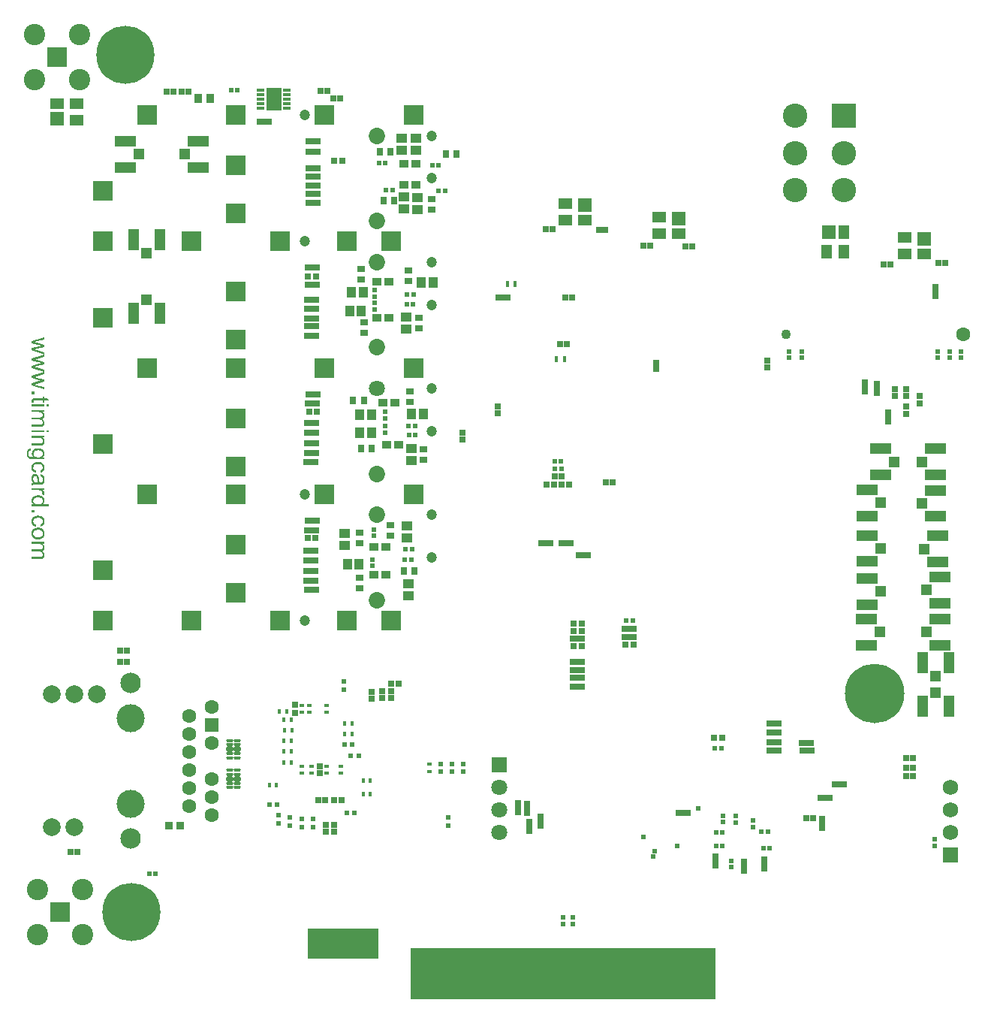
<source format=gbr>
G04*
G04 #@! TF.GenerationSoftware,Altium Limited,Altium Designer,24.2.2 (26)*
G04*
G04 Layer_Color=16711935*
%FSLAX25Y25*%
%MOIN*%
G70*
G04*
G04 #@! TF.SameCoordinates,383E0004-DF84-4F77-A050-2B2E5B934949*
G04*
G04*
G04 #@! TF.FilePolarity,Negative*
G04*
G01*
G75*
%ADD22R,0.02288X0.02016*%
%ADD27R,0.02016X0.02288*%
%ADD52R,0.02953X0.03543*%
%ADD53R,0.01575X0.01968*%
%ADD64R,0.01772X0.02657*%
%ADD78R,0.02816X0.02648*%
%ADD113R,0.06693X0.09843*%
%ADD114R,0.03740X0.01457*%
%ADD115R,0.03740X0.01457*%
%ADD116R,0.31496X0.13583*%
%ADD117R,1.35433X0.23032*%
%ADD119R,0.03162X0.03359*%
%ADD120R,0.03359X0.03162*%
%ADD123R,0.02965X0.02769*%
%ADD124R,0.03600X0.17300*%
%ADD129R,0.02769X0.02965*%
%ADD132R,0.04934X0.09461*%
%ADD133R,0.04737X0.04934*%
%ADD135R,0.02965X0.02965*%
%ADD141R,0.04934X0.04737*%
%ADD142R,0.09461X0.04934*%
%ADD150R,0.06312X0.06312*%
%ADD151R,0.04737X0.06312*%
%ADD152R,0.02965X0.02965*%
%ADD160R,0.03556X0.04343*%
%ADD161R,0.03600X0.13400*%
%ADD162C,0.05721*%
%ADD163C,0.09461*%
%ADD164R,0.08674X0.08674*%
%ADD165C,0.12414*%
%ADD166C,0.07887*%
%ADD167C,0.09068*%
%ADD168C,0.06312*%
%ADD169R,0.09068X0.09068*%
%ADD170C,0.04737*%
%ADD171C,0.07296*%
%ADD172C,0.07099*%
%ADD173C,0.26391*%
%ADD174C,0.04331*%
%ADD175C,0.06299*%
%ADD176C,0.25800*%
%ADD177R,0.10827X0.10827*%
%ADD178C,0.10827*%
%ADD179R,0.06902X0.06902*%
%ADD180C,0.06902*%
%ADD181R,0.07099X0.07099*%
%ADD182C,0.02400*%
%ADD215R,0.02237X0.02254*%
%ADD216R,0.03347X0.03543*%
%ADD222R,0.02254X0.02237*%
%ADD223R,0.01968X0.01575*%
%ADD224R,0.01843X0.01860*%
%ADD225R,0.04355X0.03773*%
%ADD227R,0.03543X0.02953*%
%ADD230R,0.02572X0.02572*%
%ADD231R,0.06312X0.06312*%
%ADD232R,0.06312X0.04737*%
G04:AMPARAMS|DCode=233|XSize=15.87mil|YSize=30.24mil|CornerRadius=5.97mil|HoleSize=0mil|Usage=FLASHONLY|Rotation=270.000|XOffset=0mil|YOffset=0mil|HoleType=Round|Shape=RoundedRectangle|*
%AMROUNDEDRECTD233*
21,1,0.01587,0.01831,0,0,270.0*
21,1,0.00394,0.03024,0,0,270.0*
1,1,0.01194,-0.00915,-0.00197*
1,1,0.01194,-0.00915,0.00197*
1,1,0.01194,0.00915,0.00197*
1,1,0.01194,0.00915,-0.00197*
%
%ADD233ROUNDEDRECTD233*%
G04:AMPARAMS|DCode=234|XSize=23.75mil|YSize=30.24mil|CornerRadius=5.97mil|HoleSize=0mil|Usage=FLASHONLY|Rotation=270.000|XOffset=0mil|YOffset=0mil|HoleType=Round|Shape=RoundedRectangle|*
%AMROUNDEDRECTD234*
21,1,0.02375,0.01831,0,0,270.0*
21,1,0.01181,0.03024,0,0,270.0*
1,1,0.01194,-0.00915,-0.00591*
1,1,0.01194,-0.00915,0.00591*
1,1,0.01194,0.00915,0.00591*
1,1,0.01194,0.00915,-0.00591*
%
%ADD234ROUNDEDRECTD234*%
%ADD235R,0.02572X0.02572*%
%ADD236R,0.04343X0.04737*%
%ADD237R,0.04737X0.04343*%
%ADD238R,0.03084X0.02926*%
G36*
X-14215Y-122642D02*
X-17437Y-123531D01*
X-18636Y-123842D01*
X-18625D01*
X-18603Y-123853D01*
X-18548Y-123864D01*
X-18514Y-123875D01*
X-18459Y-123887D01*
X-18392Y-123898D01*
X-18314Y-123920D01*
X-18225Y-123942D01*
X-18114Y-123976D01*
X-17992Y-124009D01*
X-17848Y-124042D01*
X-17681Y-124087D01*
X-17492Y-124131D01*
X-14215Y-125020D01*
Y-125986D01*
X-17459Y-126820D01*
X-18525Y-127097D01*
X-17448Y-127420D01*
X-14215Y-128375D01*
Y-129297D01*
X-19792Y-127542D01*
Y-126575D01*
X-16459Y-125687D01*
X-15504Y-125464D01*
X-19792Y-124342D01*
Y-123342D01*
X-14215Y-121653D01*
Y-122642D01*
D02*
G37*
G36*
Y-130397D02*
X-17437Y-131286D01*
X-18636Y-131597D01*
X-18625D01*
X-18603Y-131608D01*
X-18548Y-131619D01*
X-18514Y-131630D01*
X-18459Y-131641D01*
X-18392Y-131652D01*
X-18314Y-131675D01*
X-18225Y-131697D01*
X-18114Y-131730D01*
X-17992Y-131764D01*
X-17848Y-131797D01*
X-17681Y-131841D01*
X-17492Y-131886D01*
X-14215Y-132775D01*
Y-133741D01*
X-17459Y-134574D01*
X-18525Y-134852D01*
X-17448Y-135174D01*
X-14215Y-136130D01*
Y-137052D01*
X-19792Y-135297D01*
Y-134330D01*
X-16459Y-133441D01*
X-15504Y-133219D01*
X-19792Y-132097D01*
Y-131097D01*
X-14215Y-129408D01*
Y-130397D01*
D02*
G37*
G36*
Y-138152D02*
X-17437Y-139041D01*
X-18636Y-139352D01*
X-18625D01*
X-18603Y-139363D01*
X-18548Y-139374D01*
X-18514Y-139385D01*
X-18459Y-139396D01*
X-18392Y-139407D01*
X-18314Y-139429D01*
X-18225Y-139452D01*
X-18114Y-139485D01*
X-17992Y-139518D01*
X-17848Y-139552D01*
X-17681Y-139596D01*
X-17492Y-139641D01*
X-14215Y-140529D01*
Y-141496D01*
X-17459Y-142329D01*
X-18525Y-142607D01*
X-17448Y-142929D01*
X-14215Y-143885D01*
Y-144807D01*
X-19792Y-143051D01*
Y-142085D01*
X-16459Y-141196D01*
X-15504Y-140974D01*
X-19792Y-139852D01*
Y-138852D01*
X-14215Y-137163D01*
Y-138152D01*
D02*
G37*
G36*
X-18714Y-146951D02*
X-19792D01*
Y-145873D01*
X-18714D01*
Y-146951D01*
D02*
G37*
G36*
X-14215Y-148751D02*
X-12837D01*
X-12270Y-149695D01*
X-14215D01*
Y-150651D01*
X-14948D01*
Y-149695D01*
X-18225D01*
X-18248D01*
X-18292D01*
X-18359D01*
X-18437Y-149706D01*
X-18614Y-149717D01*
X-18692Y-149729D01*
X-18748Y-149740D01*
X-18770Y-149751D01*
X-18814Y-149784D01*
X-18870Y-149829D01*
X-18925Y-149906D01*
X-18936Y-149928D01*
X-18959Y-149984D01*
X-18981Y-150084D01*
X-18992Y-150229D01*
Y-150340D01*
X-18981Y-150395D01*
Y-150473D01*
X-18970Y-150562D01*
X-18959Y-150651D01*
X-19792Y-150773D01*
Y-150751D01*
X-19803Y-150706D01*
X-19814Y-150628D01*
X-19825Y-150528D01*
X-19848Y-150417D01*
X-19859Y-150295D01*
X-19870Y-150051D01*
Y-149962D01*
X-19859Y-149873D01*
X-19848Y-149762D01*
X-19836Y-149628D01*
X-19803Y-149495D01*
X-19770Y-149373D01*
X-19714Y-149251D01*
X-19703Y-149240D01*
X-19681Y-149206D01*
X-19647Y-149162D01*
X-19592Y-149095D01*
X-19536Y-149040D01*
X-19459Y-148973D01*
X-19381Y-148906D01*
X-19281Y-148862D01*
X-19270D01*
X-19225Y-148840D01*
X-19148Y-148829D01*
X-19036Y-148806D01*
X-18892Y-148784D01*
X-18803Y-148773D01*
X-18703D01*
X-18581Y-148762D01*
X-18459Y-148751D01*
X-18325D01*
X-18170D01*
X-14948D01*
Y-148051D01*
X-14215D01*
Y-148751D01*
D02*
G37*
G36*
X-12104Y-152528D02*
X-13182D01*
Y-151584D01*
X-12104D01*
Y-152528D01*
D02*
G37*
G36*
X-14215D02*
X-19792D01*
Y-151584D01*
X-14215D01*
Y-152528D01*
D02*
G37*
G36*
Y-154806D02*
X-15015D01*
X-14992Y-154817D01*
X-14948Y-154850D01*
X-14870Y-154917D01*
X-14781Y-154995D01*
X-14670Y-155095D01*
X-14559Y-155217D01*
X-14448Y-155350D01*
X-14348Y-155506D01*
X-14337Y-155528D01*
X-14304Y-155584D01*
X-14270Y-155672D01*
X-14215Y-155795D01*
X-14170Y-155939D01*
X-14137Y-156106D01*
X-14104Y-156295D01*
X-14093Y-156494D01*
Y-156595D01*
X-14104Y-156717D01*
X-14126Y-156850D01*
X-14159Y-157017D01*
X-14204Y-157183D01*
X-14270Y-157350D01*
X-14359Y-157506D01*
X-14370Y-157528D01*
X-14404Y-157572D01*
X-14459Y-157639D01*
X-14548Y-157728D01*
X-14648Y-157817D01*
X-14770Y-157917D01*
X-14915Y-158005D01*
X-15081Y-158072D01*
X-15070Y-158083D01*
X-15037Y-158105D01*
X-14992Y-158139D01*
X-14926Y-158194D01*
X-14848Y-158261D01*
X-14770Y-158339D01*
X-14681Y-158428D01*
X-14581Y-158539D01*
X-14492Y-158661D01*
X-14404Y-158783D01*
X-14326Y-158928D01*
X-14248Y-159083D01*
X-14181Y-159250D01*
X-14137Y-159427D01*
X-14104Y-159605D01*
X-14093Y-159805D01*
Y-159883D01*
X-14104Y-159939D01*
Y-160016D01*
X-14115Y-160094D01*
X-14148Y-160283D01*
X-14204Y-160483D01*
X-14292Y-160694D01*
X-14404Y-160905D01*
X-14559Y-161083D01*
X-14581Y-161105D01*
X-14648Y-161150D01*
X-14748Y-161227D01*
X-14826Y-161261D01*
X-14904Y-161305D01*
X-15003Y-161350D01*
X-15103Y-161383D01*
X-15215Y-161427D01*
X-15348Y-161461D01*
X-15481Y-161483D01*
X-15637Y-161505D01*
X-15792Y-161527D01*
X-15970D01*
X-19792D01*
Y-160583D01*
X-16292D01*
X-16281D01*
X-16270D01*
X-16203D01*
X-16103D01*
X-15981Y-160572D01*
X-15848Y-160561D01*
X-15714Y-160550D01*
X-15581Y-160527D01*
X-15481Y-160494D01*
X-15470D01*
X-15437Y-160472D01*
X-15392Y-160450D01*
X-15337Y-160416D01*
X-15270Y-160372D01*
X-15203Y-160316D01*
X-15137Y-160250D01*
X-15070Y-160161D01*
X-15059Y-160150D01*
X-15048Y-160116D01*
X-15026Y-160072D01*
X-14992Y-159994D01*
X-14959Y-159916D01*
X-14937Y-159816D01*
X-14926Y-159716D01*
X-14915Y-159594D01*
Y-159539D01*
X-14926Y-159494D01*
X-14937Y-159383D01*
X-14959Y-159250D01*
X-15015Y-159094D01*
X-15081Y-158928D01*
X-15181Y-158761D01*
X-15315Y-158605D01*
X-15337Y-158594D01*
X-15392Y-158550D01*
X-15481Y-158483D01*
X-15615Y-158416D01*
X-15792Y-158339D01*
X-16003Y-158283D01*
X-16259Y-158239D01*
X-16559Y-158217D01*
X-19792D01*
Y-157272D01*
X-16181D01*
X-16170D01*
X-16148D01*
X-16126D01*
X-16081D01*
X-15959Y-157261D01*
X-15826Y-157239D01*
X-15670Y-157217D01*
X-15515Y-157172D01*
X-15370Y-157117D01*
X-15237Y-157039D01*
X-15226Y-157028D01*
X-15181Y-156994D01*
X-15137Y-156939D01*
X-15070Y-156861D01*
X-15015Y-156761D01*
X-14959Y-156628D01*
X-14926Y-156472D01*
X-14915Y-156283D01*
Y-156217D01*
X-14926Y-156139D01*
X-14937Y-156050D01*
X-14970Y-155939D01*
X-15003Y-155806D01*
X-15059Y-155684D01*
X-15126Y-155550D01*
X-15137Y-155539D01*
X-15170Y-155495D01*
X-15215Y-155439D01*
X-15281Y-155361D01*
X-15370Y-155283D01*
X-15481Y-155206D01*
X-15603Y-155128D01*
X-15748Y-155061D01*
X-15770Y-155050D01*
X-15826Y-155039D01*
X-15914Y-155017D01*
X-16037Y-154983D01*
X-16203Y-154950D01*
X-16403Y-154928D01*
X-16637Y-154917D01*
X-16903Y-154906D01*
X-19792D01*
Y-153961D01*
X-14215D01*
Y-154806D01*
D02*
G37*
G36*
X-12104Y-163872D02*
X-13182D01*
Y-162927D01*
X-12104D01*
Y-163872D01*
D02*
G37*
G36*
X-14215D02*
X-19792D01*
Y-162927D01*
X-14215D01*
Y-163872D01*
D02*
G37*
G36*
Y-166160D02*
X-15015D01*
X-15003Y-166171D01*
X-14970Y-166193D01*
X-14926Y-166227D01*
X-14870Y-166271D01*
X-14804Y-166338D01*
X-14726Y-166416D01*
X-14637Y-166505D01*
X-14548Y-166616D01*
X-14470Y-166727D01*
X-14381Y-166860D01*
X-14304Y-167005D01*
X-14237Y-167160D01*
X-14181Y-167338D01*
X-14137Y-167516D01*
X-14104Y-167716D01*
X-14093Y-167927D01*
Y-168016D01*
X-14104Y-168104D01*
X-14115Y-168227D01*
X-14137Y-168371D01*
X-14170Y-168527D01*
X-14215Y-168693D01*
X-14281Y-168849D01*
X-14292Y-168871D01*
X-14315Y-168915D01*
X-14348Y-168993D01*
X-14404Y-169082D01*
X-14470Y-169193D01*
X-14559Y-169293D01*
X-14648Y-169393D01*
X-14759Y-169482D01*
X-14770Y-169493D01*
X-14815Y-169515D01*
X-14870Y-169549D01*
X-14948Y-169604D01*
X-15059Y-169649D01*
X-15170Y-169693D01*
X-15303Y-169749D01*
X-15448Y-169782D01*
X-15459D01*
X-15504Y-169793D01*
X-15570Y-169804D01*
X-15659Y-169815D01*
X-15792D01*
X-15948Y-169826D01*
X-16137Y-169838D01*
X-16370D01*
X-19792D01*
Y-168893D01*
X-16414D01*
X-16403D01*
X-16392D01*
X-16315D01*
X-16215D01*
X-16092Y-168882D01*
X-15948Y-168871D01*
X-15803Y-168849D01*
X-15670Y-168816D01*
X-15548Y-168782D01*
X-15537D01*
X-15504Y-168760D01*
X-15448Y-168727D01*
X-15381Y-168693D01*
X-15315Y-168638D01*
X-15237Y-168571D01*
X-15159Y-168482D01*
X-15092Y-168382D01*
X-15081Y-168371D01*
X-15059Y-168338D01*
X-15037Y-168271D01*
X-15003Y-168193D01*
X-14970Y-168104D01*
X-14937Y-167993D01*
X-14926Y-167860D01*
X-14915Y-167727D01*
Y-167671D01*
X-14926Y-167627D01*
X-14937Y-167516D01*
X-14959Y-167371D01*
X-15015Y-167216D01*
X-15081Y-167038D01*
X-15170Y-166860D01*
X-15303Y-166693D01*
X-15326Y-166671D01*
X-15381Y-166627D01*
X-15426Y-166594D01*
X-15481Y-166560D01*
X-15548Y-166516D01*
X-15626Y-166482D01*
X-15714Y-166438D01*
X-15826Y-166393D01*
X-15948Y-166360D01*
X-16081Y-166327D01*
X-16226Y-166305D01*
X-16381Y-166282D01*
X-16570Y-166260D01*
X-16759D01*
X-19792D01*
Y-165316D01*
X-14215D01*
Y-166160D01*
D02*
G37*
G36*
X-16770Y-170938D02*
X-16692D01*
X-16492Y-170960D01*
X-16270Y-170993D01*
X-16026Y-171049D01*
X-15770Y-171115D01*
X-15515Y-171215D01*
X-15504D01*
X-15481Y-171226D01*
X-15448Y-171249D01*
X-15404Y-171271D01*
X-15281Y-171337D01*
X-15126Y-171426D01*
X-14959Y-171549D01*
X-14792Y-171693D01*
X-14615Y-171860D01*
X-14470Y-172048D01*
Y-172060D01*
X-14459Y-172071D01*
X-14437Y-172104D01*
X-14415Y-172149D01*
X-14348Y-172260D01*
X-14281Y-172415D01*
X-14215Y-172604D01*
X-14148Y-172826D01*
X-14104Y-173071D01*
X-14093Y-173337D01*
Y-173437D01*
X-14104Y-173504D01*
X-14115Y-173582D01*
X-14137Y-173682D01*
X-14159Y-173793D01*
X-14193Y-173915D01*
X-14237Y-174037D01*
X-14292Y-174170D01*
X-14359Y-174304D01*
X-14437Y-174448D01*
X-14526Y-174582D01*
X-14637Y-174715D01*
X-14759Y-174848D01*
X-14904Y-174970D01*
X-14215D01*
Y-175837D01*
X-19036D01*
X-19048D01*
X-19092D01*
X-19159D01*
X-19248D01*
X-19347Y-175826D01*
X-19470D01*
X-19603Y-175815D01*
X-19748Y-175804D01*
X-20047Y-175770D01*
X-20358Y-175726D01*
X-20503Y-175693D01*
X-20636Y-175659D01*
X-20759Y-175615D01*
X-20870Y-175570D01*
X-20881D01*
X-20892Y-175559D01*
X-20958Y-175515D01*
X-21058Y-175459D01*
X-21181Y-175370D01*
X-21314Y-175248D01*
X-21458Y-175104D01*
X-21603Y-174926D01*
X-21725Y-174726D01*
Y-174715D01*
X-21736Y-174704D01*
X-21758Y-174671D01*
X-21769Y-174626D01*
X-21803Y-174571D01*
X-21825Y-174504D01*
X-21881Y-174337D01*
X-21947Y-174137D01*
X-21992Y-173893D01*
X-22036Y-173615D01*
X-22047Y-173315D01*
Y-173215D01*
X-22036Y-173148D01*
Y-173059D01*
X-22025Y-172971D01*
X-22014Y-172860D01*
X-21992Y-172737D01*
X-21936Y-172482D01*
X-21858Y-172215D01*
X-21747Y-171949D01*
X-21592Y-171704D01*
X-21581Y-171693D01*
X-21569Y-171682D01*
X-21503Y-171604D01*
X-21403Y-171515D01*
X-21258Y-171404D01*
X-21070Y-171293D01*
X-20836Y-171193D01*
X-20703Y-171160D01*
X-20559Y-171137D01*
X-20414Y-171115D01*
X-20247D01*
X-20370Y-172037D01*
X-20392D01*
X-20436Y-172048D01*
X-20514Y-172071D01*
X-20614Y-172093D01*
X-20714Y-172137D01*
X-20814Y-172193D01*
X-20914Y-172260D01*
X-20992Y-172348D01*
X-21003Y-172371D01*
X-21036Y-172415D01*
X-21081Y-172493D01*
X-21125Y-172604D01*
X-21181Y-172737D01*
X-21225Y-172904D01*
X-21258Y-173104D01*
X-21270Y-173315D01*
Y-173426D01*
X-21258Y-173537D01*
X-21236Y-173693D01*
X-21203Y-173848D01*
X-21158Y-174015D01*
X-21092Y-174182D01*
X-21003Y-174326D01*
X-20992Y-174337D01*
X-20958Y-174382D01*
X-20892Y-174448D01*
X-20814Y-174526D01*
X-20703Y-174604D01*
X-20581Y-174682D01*
X-20436Y-174759D01*
X-20270Y-174815D01*
X-20258D01*
X-20214Y-174826D01*
X-20125Y-174837D01*
X-20014Y-174848D01*
X-19936Y-174859D01*
X-19848D01*
X-19748Y-174870D01*
X-19636D01*
X-19514D01*
X-19370Y-174881D01*
X-19225D01*
X-19059D01*
X-19070Y-174870D01*
X-19092Y-174848D01*
X-19125Y-174815D01*
X-19170Y-174770D01*
X-19225Y-174715D01*
X-19292Y-174637D01*
X-19359Y-174548D01*
X-19425Y-174459D01*
X-19559Y-174226D01*
X-19681Y-173970D01*
X-19725Y-173826D01*
X-19759Y-173671D01*
X-19781Y-173504D01*
X-19792Y-173337D01*
Y-173282D01*
X-19781Y-173226D01*
Y-173148D01*
X-19770Y-173048D01*
X-19748Y-172937D01*
X-19725Y-172815D01*
X-19692Y-172682D01*
X-19647Y-172537D01*
X-19592Y-172393D01*
X-19525Y-172248D01*
X-19447Y-172093D01*
X-19347Y-171949D01*
X-19236Y-171804D01*
X-19114Y-171671D01*
X-18970Y-171549D01*
X-18959Y-171537D01*
X-18936Y-171526D01*
X-18881Y-171493D01*
X-18825Y-171449D01*
X-18736Y-171404D01*
X-18648Y-171349D01*
X-18537Y-171293D01*
X-18403Y-171238D01*
X-18270Y-171182D01*
X-18114Y-171126D01*
X-17959Y-171071D01*
X-17781Y-171026D01*
X-17403Y-170949D01*
X-17192Y-170938D01*
X-16981Y-170926D01*
X-16970D01*
X-16948D01*
X-16903D01*
X-16848D01*
X-16770Y-170938D01*
D02*
G37*
G36*
X-16792Y-177004D02*
X-16703D01*
X-16603Y-177015D01*
X-16492Y-177026D01*
X-16248Y-177059D01*
X-15981Y-177115D01*
X-15714Y-177181D01*
X-15448Y-177281D01*
X-15437D01*
X-15415Y-177292D01*
X-15381Y-177315D01*
X-15337Y-177337D01*
X-15215Y-177403D01*
X-15070Y-177504D01*
X-14904Y-177637D01*
X-14737Y-177792D01*
X-14570Y-177981D01*
X-14437Y-178192D01*
Y-178203D01*
X-14426Y-178226D01*
X-14404Y-178259D01*
X-14381Y-178303D01*
X-14359Y-178359D01*
X-14326Y-178426D01*
X-14259Y-178592D01*
X-14204Y-178781D01*
X-14148Y-179015D01*
X-14104Y-179259D01*
X-14093Y-179525D01*
Y-179614D01*
X-14104Y-179681D01*
Y-179748D01*
X-14115Y-179837D01*
X-14148Y-180048D01*
X-14204Y-180281D01*
X-14292Y-180525D01*
X-14404Y-180770D01*
X-14559Y-181003D01*
Y-181014D01*
X-14581Y-181025D01*
X-14648Y-181092D01*
X-14748Y-181192D01*
X-14892Y-181314D01*
X-15070Y-181436D01*
X-15292Y-181559D01*
X-15548Y-181670D01*
X-15848Y-181747D01*
X-15992Y-180825D01*
X-15981D01*
X-15970Y-180814D01*
X-15903Y-180803D01*
X-15803Y-180770D01*
X-15681Y-180714D01*
X-15548Y-180659D01*
X-15404Y-180570D01*
X-15270Y-180470D01*
X-15159Y-180359D01*
X-15148Y-180348D01*
X-15115Y-180303D01*
X-15070Y-180226D01*
X-15015Y-180137D01*
X-14959Y-180014D01*
X-14915Y-179881D01*
X-14881Y-179726D01*
X-14870Y-179559D01*
Y-179492D01*
X-14881Y-179437D01*
X-14892Y-179314D01*
X-14937Y-179148D01*
X-14992Y-178970D01*
X-15081Y-178770D01*
X-15215Y-178581D01*
X-15292Y-178492D01*
X-15381Y-178403D01*
X-15392D01*
X-15404Y-178381D01*
X-15437Y-178359D01*
X-15481Y-178337D01*
X-15537Y-178303D01*
X-15603Y-178259D01*
X-15681Y-178226D01*
X-15770Y-178181D01*
X-15881Y-178137D01*
X-16003Y-178103D01*
X-16137Y-178059D01*
X-16281Y-178026D01*
X-16437Y-178004D01*
X-16614Y-177981D01*
X-16803Y-177959D01*
X-17003D01*
X-17014D01*
X-17048D01*
X-17114D01*
X-17181Y-177970D01*
X-17281D01*
X-17381Y-177981D01*
X-17626Y-178015D01*
X-17892Y-178059D01*
X-18170Y-178137D01*
X-18414Y-178237D01*
X-18537Y-178303D01*
X-18636Y-178381D01*
X-18659Y-178403D01*
X-18714Y-178459D01*
X-18792Y-178559D01*
X-18881Y-178681D01*
X-18981Y-178848D01*
X-19059Y-179037D01*
X-19114Y-179259D01*
X-19125Y-179381D01*
X-19136Y-179503D01*
Y-179525D01*
X-19125Y-179592D01*
X-19114Y-179703D01*
X-19092Y-179825D01*
X-19059Y-179970D01*
X-18992Y-180125D01*
X-18914Y-180281D01*
X-18803Y-180425D01*
X-18792Y-180448D01*
X-18736Y-180481D01*
X-18659Y-180548D01*
X-18537Y-180625D01*
X-18392Y-180703D01*
X-18214Y-180792D01*
X-17992Y-180859D01*
X-17748Y-180903D01*
X-17870Y-181836D01*
X-17881D01*
X-17914Y-181825D01*
X-17959Y-181814D01*
X-18025Y-181803D01*
X-18114Y-181781D01*
X-18203Y-181759D01*
X-18425Y-181681D01*
X-18659Y-181581D01*
X-18914Y-181436D01*
X-19159Y-181259D01*
X-19270Y-181159D01*
X-19381Y-181048D01*
X-19392Y-181036D01*
X-19403Y-181014D01*
X-19425Y-180981D01*
X-19459Y-180937D01*
X-19503Y-180881D01*
X-19547Y-180803D01*
X-19592Y-180714D01*
X-19647Y-180625D01*
X-19748Y-180403D01*
X-19825Y-180137D01*
X-19892Y-179848D01*
X-19903Y-179681D01*
X-19914Y-179514D01*
Y-179403D01*
X-19903Y-179325D01*
X-19892Y-179226D01*
X-19870Y-179114D01*
X-19848Y-178992D01*
X-19825Y-178859D01*
X-19736Y-178559D01*
X-19670Y-178414D01*
X-19603Y-178259D01*
X-19514Y-178103D01*
X-19414Y-177959D01*
X-19303Y-177815D01*
X-19170Y-177681D01*
X-19159Y-177670D01*
X-19136Y-177648D01*
X-19092Y-177615D01*
X-19036Y-177570D01*
X-18959Y-177526D01*
X-18859Y-177459D01*
X-18748Y-177403D01*
X-18625Y-177337D01*
X-18481Y-177270D01*
X-18314Y-177215D01*
X-18148Y-177148D01*
X-17948Y-177103D01*
X-17748Y-177059D01*
X-17514Y-177026D01*
X-17281Y-177004D01*
X-17026Y-176992D01*
X-17014D01*
X-16981D01*
X-16937D01*
X-16870D01*
X-16792Y-177004D01*
D02*
G37*
G36*
X-18181Y-182336D02*
X-18081Y-182348D01*
X-17959Y-182370D01*
X-17837Y-182403D01*
X-17703Y-182448D01*
X-17581Y-182503D01*
X-17570Y-182514D01*
X-17526Y-182536D01*
X-17459Y-182581D01*
X-17381Y-182636D01*
X-17292Y-182703D01*
X-17203Y-182792D01*
X-17114Y-182881D01*
X-17037Y-182992D01*
X-17026Y-183003D01*
X-17003Y-183047D01*
X-16959Y-183103D01*
X-16914Y-183192D01*
X-16870Y-183292D01*
X-16814Y-183414D01*
X-16770Y-183536D01*
X-16726Y-183681D01*
Y-183692D01*
X-16714Y-183736D01*
X-16692Y-183803D01*
X-16681Y-183892D01*
X-16659Y-184003D01*
X-16637Y-184147D01*
X-16603Y-184314D01*
X-16581Y-184514D01*
Y-184525D01*
X-16570Y-184570D01*
Y-184625D01*
X-16559Y-184703D01*
X-16548Y-184792D01*
X-16526Y-184903D01*
X-16514Y-185025D01*
X-16492Y-185158D01*
X-16437Y-185425D01*
X-16381Y-185714D01*
X-16315Y-185969D01*
X-16281Y-186091D01*
X-16248Y-186203D01*
X-16237D01*
X-16215D01*
X-16148Y-186214D01*
X-16070D01*
X-16026D01*
X-16003D01*
X-15992D01*
X-15981D01*
X-15914D01*
X-15803Y-186203D01*
X-15681Y-186180D01*
X-15548Y-186147D01*
X-15415Y-186091D01*
X-15292Y-186025D01*
X-15192Y-185936D01*
X-15181Y-185925D01*
X-15137Y-185869D01*
X-15092Y-185781D01*
X-15026Y-185669D01*
X-14970Y-185514D01*
X-14915Y-185336D01*
X-14881Y-185114D01*
X-14870Y-184858D01*
Y-184747D01*
X-14881Y-184636D01*
X-14904Y-184481D01*
X-14926Y-184325D01*
X-14970Y-184158D01*
X-15026Y-184003D01*
X-15103Y-183870D01*
X-15115Y-183858D01*
X-15148Y-183814D01*
X-15203Y-183758D01*
X-15292Y-183692D01*
X-15404Y-183625D01*
X-15548Y-183547D01*
X-15726Y-183481D01*
X-15926Y-183414D01*
X-15803Y-182492D01*
X-15792D01*
X-15781Y-182503D01*
X-15748D01*
X-15703Y-182514D01*
X-15603Y-182547D01*
X-15459Y-182592D01*
X-15315Y-182647D01*
X-15159Y-182714D01*
X-15003Y-182803D01*
X-14859Y-182903D01*
X-14848Y-182914D01*
X-14804Y-182958D01*
X-14737Y-183025D01*
X-14648Y-183114D01*
X-14559Y-183236D01*
X-14470Y-183381D01*
X-14370Y-183547D01*
X-14292Y-183736D01*
Y-183747D01*
X-14281Y-183758D01*
X-14270Y-183792D01*
X-14259Y-183836D01*
X-14226Y-183947D01*
X-14193Y-184103D01*
X-14159Y-184281D01*
X-14126Y-184503D01*
X-14104Y-184736D01*
X-14093Y-185003D01*
Y-185125D01*
X-14104Y-185247D01*
X-14115Y-185414D01*
X-14137Y-185603D01*
X-14170Y-185792D01*
X-14215Y-185980D01*
X-14270Y-186158D01*
X-14281Y-186180D01*
X-14304Y-186236D01*
X-14337Y-186314D01*
X-14381Y-186414D01*
X-14448Y-186525D01*
X-14515Y-186636D01*
X-14604Y-186736D01*
X-14692Y-186825D01*
X-14704Y-186836D01*
X-14737Y-186858D01*
X-14792Y-186891D01*
X-14859Y-186936D01*
X-14959Y-186992D01*
X-15059Y-187036D01*
X-15181Y-187080D01*
X-15326Y-187114D01*
X-15337D01*
X-15370Y-187125D01*
X-15437Y-187136D01*
X-15526Y-187147D01*
X-15648D01*
X-15792Y-187158D01*
X-15981Y-187169D01*
X-16192D01*
X-17459D01*
X-17470D01*
X-17514D01*
X-17581D01*
X-17670D01*
X-17770D01*
X-17892D01*
X-18159Y-187180D01*
X-18437D01*
X-18714Y-187191D01*
X-18836Y-187203D01*
X-18948D01*
X-19048Y-187214D01*
X-19125Y-187225D01*
X-19136D01*
X-19181Y-187236D01*
X-19248Y-187247D01*
X-19336Y-187280D01*
X-19436Y-187302D01*
X-19547Y-187347D01*
X-19670Y-187402D01*
X-19792Y-187458D01*
Y-186469D01*
X-19781Y-186458D01*
X-19736Y-186447D01*
X-19681Y-186425D01*
X-19592Y-186391D01*
X-19492Y-186358D01*
X-19370Y-186336D01*
X-19236Y-186314D01*
X-19092Y-186292D01*
Y-186280D01*
X-19114Y-186269D01*
X-19170Y-186203D01*
X-19248Y-186103D01*
X-19347Y-185969D01*
X-19447Y-185803D01*
X-19559Y-185636D01*
X-19659Y-185458D01*
X-19736Y-185269D01*
X-19748Y-185247D01*
X-19759Y-185180D01*
X-19792Y-185081D01*
X-19825Y-184958D01*
X-19859Y-184803D01*
X-19881Y-184625D01*
X-19903Y-184425D01*
X-19914Y-184225D01*
Y-184136D01*
X-19903Y-184070D01*
Y-183992D01*
X-19892Y-183903D01*
X-19859Y-183703D01*
X-19803Y-183481D01*
X-19725Y-183236D01*
X-19614Y-183014D01*
X-19470Y-182814D01*
X-19447Y-182792D01*
X-19392Y-182736D01*
X-19292Y-182659D01*
X-19159Y-182570D01*
X-18992Y-182481D01*
X-18803Y-182403D01*
X-18570Y-182348D01*
X-18459Y-182336D01*
X-18325Y-182325D01*
X-18303D01*
X-18259D01*
X-18181Y-182336D01*
D02*
G37*
G36*
X-14215Y-189469D02*
X-15059D01*
X-15048Y-189480D01*
X-14970Y-189524D01*
X-14870Y-189580D01*
X-14748Y-189669D01*
X-14626Y-189758D01*
X-14492Y-189858D01*
X-14381Y-189958D01*
X-14292Y-190058D01*
X-14281Y-190069D01*
X-14259Y-190102D01*
X-14226Y-190169D01*
X-14193Y-190236D01*
X-14159Y-190324D01*
X-14126Y-190436D01*
X-14104Y-190547D01*
X-14093Y-190669D01*
Y-190747D01*
X-14104Y-190847D01*
X-14126Y-190969D01*
X-14170Y-191113D01*
X-14226Y-191269D01*
X-14304Y-191447D01*
X-14404Y-191635D01*
X-15270Y-191291D01*
X-15259Y-191280D01*
X-15237Y-191235D01*
X-15203Y-191169D01*
X-15170Y-191080D01*
X-15137Y-190980D01*
X-15103Y-190858D01*
X-15081Y-190735D01*
X-15070Y-190613D01*
Y-190558D01*
X-15081Y-190502D01*
X-15092Y-190424D01*
X-15115Y-190347D01*
X-15148Y-190247D01*
X-15192Y-190147D01*
X-15259Y-190058D01*
X-15270Y-190047D01*
X-15292Y-190013D01*
X-15337Y-189980D01*
X-15392Y-189925D01*
X-15470Y-189869D01*
X-15559Y-189813D01*
X-15659Y-189758D01*
X-15781Y-189713D01*
X-15803Y-189702D01*
X-15870Y-189691D01*
X-15970Y-189669D01*
X-16103Y-189636D01*
X-16270Y-189602D01*
X-16459Y-189580D01*
X-16659Y-189569D01*
X-16881Y-189558D01*
X-19792D01*
Y-188613D01*
X-14215D01*
Y-189469D01*
D02*
G37*
G36*
X-16803Y-191858D02*
X-16714D01*
X-16514Y-191880D01*
X-16281Y-191913D01*
X-16026Y-191969D01*
X-15759Y-192035D01*
X-15504Y-192124D01*
X-15492D01*
X-15470Y-192135D01*
X-15437Y-192158D01*
X-15392Y-192180D01*
X-15270Y-192246D01*
X-15115Y-192335D01*
X-14948Y-192446D01*
X-14781Y-192591D01*
X-14604Y-192757D01*
X-14459Y-192957D01*
Y-192969D01*
X-14448Y-192980D01*
X-14426Y-193013D01*
X-14404Y-193058D01*
X-14348Y-193169D01*
X-14270Y-193324D01*
X-14204Y-193502D01*
X-14148Y-193713D01*
X-14104Y-193946D01*
X-14093Y-194191D01*
Y-194280D01*
X-14104Y-194369D01*
X-14115Y-194491D01*
X-14148Y-194635D01*
X-14181Y-194791D01*
X-14237Y-194946D01*
X-14315Y-195091D01*
X-14326Y-195113D01*
X-14348Y-195157D01*
X-14404Y-195224D01*
X-14459Y-195313D01*
X-14537Y-195424D01*
X-14637Y-195524D01*
X-14737Y-195635D01*
X-14859Y-195735D01*
X-12104D01*
Y-196679D01*
X-19792D01*
Y-195802D01*
X-19092D01*
X-19103Y-195791D01*
X-19125Y-195780D01*
X-19170Y-195746D01*
X-19225Y-195702D01*
X-19281Y-195646D01*
X-19347Y-195580D01*
X-19425Y-195502D01*
X-19503Y-195402D01*
X-19581Y-195302D01*
X-19659Y-195191D01*
X-19725Y-195057D01*
X-19781Y-194913D01*
X-19836Y-194769D01*
X-19881Y-194602D01*
X-19903Y-194424D01*
X-19914Y-194235D01*
Y-194168D01*
X-19903Y-194124D01*
X-19892Y-193991D01*
X-19870Y-193835D01*
X-19825Y-193646D01*
X-19759Y-193435D01*
X-19670Y-193224D01*
X-19547Y-193013D01*
Y-193002D01*
X-19525Y-192991D01*
X-19481Y-192924D01*
X-19392Y-192824D01*
X-19281Y-192702D01*
X-19136Y-192558D01*
X-18959Y-192413D01*
X-18759Y-192269D01*
X-18525Y-192147D01*
X-18514D01*
X-18492Y-192135D01*
X-18459Y-192124D01*
X-18414Y-192102D01*
X-18348Y-192080D01*
X-18270Y-192046D01*
X-18192Y-192024D01*
X-18092Y-192002D01*
X-17870Y-191946D01*
X-17614Y-191891D01*
X-17325Y-191858D01*
X-17014Y-191847D01*
X-17003D01*
X-16981D01*
X-16937D01*
X-16870D01*
X-16803Y-191858D01*
D02*
G37*
G36*
X-18714Y-199523D02*
X-19792D01*
Y-198446D01*
X-18714D01*
Y-199523D01*
D02*
G37*
G36*
X-16792Y-200901D02*
X-16703D01*
X-16603Y-200912D01*
X-16492Y-200923D01*
X-16248Y-200957D01*
X-15981Y-201012D01*
X-15714Y-201079D01*
X-15448Y-201179D01*
X-15437D01*
X-15415Y-201190D01*
X-15381Y-201212D01*
X-15337Y-201235D01*
X-15215Y-201301D01*
X-15070Y-201401D01*
X-14904Y-201534D01*
X-14737Y-201690D01*
X-14570Y-201879D01*
X-14437Y-202090D01*
Y-202101D01*
X-14426Y-202123D01*
X-14404Y-202157D01*
X-14381Y-202201D01*
X-14359Y-202257D01*
X-14326Y-202323D01*
X-14259Y-202490D01*
X-14204Y-202679D01*
X-14148Y-202912D01*
X-14104Y-203156D01*
X-14093Y-203423D01*
Y-203512D01*
X-14104Y-203579D01*
Y-203645D01*
X-14115Y-203734D01*
X-14148Y-203945D01*
X-14204Y-204179D01*
X-14292Y-204423D01*
X-14404Y-204667D01*
X-14559Y-204901D01*
Y-204912D01*
X-14581Y-204923D01*
X-14648Y-204990D01*
X-14748Y-205090D01*
X-14892Y-205212D01*
X-15070Y-205334D01*
X-15292Y-205456D01*
X-15548Y-205567D01*
X-15848Y-205645D01*
X-15992Y-204723D01*
X-15981D01*
X-15970Y-204712D01*
X-15903Y-204701D01*
X-15803Y-204667D01*
X-15681Y-204612D01*
X-15548Y-204556D01*
X-15404Y-204468D01*
X-15270Y-204367D01*
X-15159Y-204256D01*
X-15148Y-204245D01*
X-15115Y-204201D01*
X-15070Y-204123D01*
X-15015Y-204034D01*
X-14959Y-203912D01*
X-14915Y-203779D01*
X-14881Y-203623D01*
X-14870Y-203456D01*
Y-203390D01*
X-14881Y-203334D01*
X-14892Y-203212D01*
X-14937Y-203045D01*
X-14992Y-202868D01*
X-15081Y-202668D01*
X-15215Y-202479D01*
X-15292Y-202390D01*
X-15381Y-202301D01*
X-15392D01*
X-15404Y-202279D01*
X-15437Y-202257D01*
X-15481Y-202234D01*
X-15537Y-202201D01*
X-15603Y-202157D01*
X-15681Y-202123D01*
X-15770Y-202079D01*
X-15881Y-202034D01*
X-16003Y-202001D01*
X-16137Y-201957D01*
X-16281Y-201923D01*
X-16437Y-201901D01*
X-16614Y-201879D01*
X-16803Y-201857D01*
X-17003D01*
X-17014D01*
X-17048D01*
X-17114D01*
X-17181Y-201868D01*
X-17281D01*
X-17381Y-201879D01*
X-17626Y-201912D01*
X-17892Y-201957D01*
X-18170Y-202034D01*
X-18414Y-202134D01*
X-18537Y-202201D01*
X-18636Y-202279D01*
X-18659Y-202301D01*
X-18714Y-202357D01*
X-18792Y-202457D01*
X-18881Y-202579D01*
X-18981Y-202745D01*
X-19059Y-202934D01*
X-19114Y-203156D01*
X-19125Y-203279D01*
X-19136Y-203401D01*
Y-203423D01*
X-19125Y-203490D01*
X-19114Y-203601D01*
X-19092Y-203723D01*
X-19059Y-203868D01*
X-18992Y-204023D01*
X-18914Y-204179D01*
X-18803Y-204323D01*
X-18792Y-204345D01*
X-18736Y-204379D01*
X-18659Y-204445D01*
X-18537Y-204523D01*
X-18392Y-204601D01*
X-18214Y-204690D01*
X-17992Y-204756D01*
X-17748Y-204801D01*
X-17870Y-205734D01*
X-17881D01*
X-17914Y-205723D01*
X-17959Y-205712D01*
X-18025Y-205701D01*
X-18114Y-205679D01*
X-18203Y-205656D01*
X-18425Y-205578D01*
X-18659Y-205479D01*
X-18914Y-205334D01*
X-19159Y-205156D01*
X-19270Y-205056D01*
X-19381Y-204945D01*
X-19392Y-204934D01*
X-19403Y-204912D01*
X-19425Y-204878D01*
X-19459Y-204834D01*
X-19503Y-204779D01*
X-19547Y-204701D01*
X-19592Y-204612D01*
X-19647Y-204523D01*
X-19748Y-204301D01*
X-19825Y-204034D01*
X-19892Y-203745D01*
X-19903Y-203579D01*
X-19914Y-203412D01*
Y-203301D01*
X-19903Y-203223D01*
X-19892Y-203123D01*
X-19870Y-203012D01*
X-19848Y-202890D01*
X-19825Y-202757D01*
X-19736Y-202457D01*
X-19670Y-202312D01*
X-19603Y-202157D01*
X-19514Y-202001D01*
X-19414Y-201857D01*
X-19303Y-201712D01*
X-19170Y-201579D01*
X-19159Y-201568D01*
X-19136Y-201546D01*
X-19092Y-201512D01*
X-19036Y-201468D01*
X-18959Y-201423D01*
X-18859Y-201357D01*
X-18748Y-201301D01*
X-18625Y-201235D01*
X-18481Y-201168D01*
X-18314Y-201112D01*
X-18148Y-201046D01*
X-17948Y-201001D01*
X-17748Y-200957D01*
X-17514Y-200923D01*
X-17281Y-200901D01*
X-17026Y-200890D01*
X-17014D01*
X-16981D01*
X-16937D01*
X-16870D01*
X-16792Y-200901D01*
D02*
G37*
G36*
X-16859Y-206201D02*
X-16748D01*
X-16626Y-206212D01*
X-16470Y-206234D01*
X-16315Y-206256D01*
X-16137Y-206301D01*
X-15959Y-206345D01*
X-15770Y-206401D01*
X-15570Y-206467D01*
X-15381Y-206556D01*
X-15203Y-206645D01*
X-15026Y-206767D01*
X-14859Y-206890D01*
X-14715Y-207045D01*
X-14704Y-207056D01*
X-14692Y-207078D01*
X-14659Y-207123D01*
X-14615Y-207178D01*
X-14570Y-207245D01*
X-14515Y-207334D01*
X-14459Y-207423D01*
X-14404Y-207534D01*
X-14348Y-207656D01*
X-14292Y-207789D01*
X-14193Y-208089D01*
X-14115Y-208434D01*
X-14104Y-208611D01*
X-14093Y-208800D01*
Y-208911D01*
X-14104Y-208989D01*
X-14115Y-209089D01*
X-14137Y-209200D01*
X-14159Y-209323D01*
X-14181Y-209467D01*
X-14281Y-209767D01*
X-14337Y-209923D01*
X-14415Y-210078D01*
X-14492Y-210234D01*
X-14604Y-210389D01*
X-14715Y-210533D01*
X-14848Y-210678D01*
X-14859Y-210689D01*
X-14881Y-210711D01*
X-14926Y-210745D01*
X-14981Y-210789D01*
X-15059Y-210845D01*
X-15159Y-210911D01*
X-15270Y-210978D01*
X-15392Y-211045D01*
X-15526Y-211111D01*
X-15692Y-211178D01*
X-15859Y-211245D01*
X-16048Y-211300D01*
X-16248Y-211345D01*
X-16459Y-211378D01*
X-16681Y-211400D01*
X-16926Y-211411D01*
X-16937D01*
X-16970D01*
X-17026D01*
X-17103D01*
X-17192Y-211400D01*
X-17303Y-211389D01*
X-17414D01*
X-17537Y-211367D01*
X-17814Y-211333D01*
X-18092Y-211267D01*
X-18370Y-211189D01*
X-18625Y-211078D01*
X-18636D01*
X-18648Y-211067D01*
X-18681Y-211045D01*
X-18725Y-211022D01*
X-18836Y-210945D01*
X-18970Y-210845D01*
X-19125Y-210711D01*
X-19281Y-210545D01*
X-19436Y-210356D01*
X-19581Y-210134D01*
Y-210122D01*
X-19592Y-210111D01*
X-19614Y-210078D01*
X-19636Y-210022D01*
X-19659Y-209967D01*
X-19681Y-209900D01*
X-19748Y-209734D01*
X-19803Y-209545D01*
X-19859Y-209311D01*
X-19903Y-209067D01*
X-19914Y-208800D01*
Y-208689D01*
X-19903Y-208600D01*
X-19892Y-208500D01*
X-19870Y-208389D01*
X-19848Y-208256D01*
X-19825Y-208123D01*
X-19736Y-207823D01*
X-19670Y-207656D01*
X-19603Y-207501D01*
X-19514Y-207345D01*
X-19414Y-207189D01*
X-19303Y-207045D01*
X-19170Y-206901D01*
X-19159Y-206890D01*
X-19136Y-206867D01*
X-19092Y-206834D01*
X-19025Y-206789D01*
X-18948Y-206734D01*
X-18859Y-206678D01*
X-18748Y-206612D01*
X-18614Y-206545D01*
X-18470Y-206478D01*
X-18303Y-206412D01*
X-18125Y-206356D01*
X-17936Y-206301D01*
X-17726Y-206256D01*
X-17503Y-206223D01*
X-17259Y-206201D01*
X-17003Y-206189D01*
X-16981D01*
X-16937D01*
X-16859Y-206201D01*
D02*
G37*
G36*
X-14215Y-213355D02*
X-15015D01*
X-14992Y-213367D01*
X-14948Y-213400D01*
X-14870Y-213467D01*
X-14781Y-213544D01*
X-14670Y-213644D01*
X-14559Y-213767D01*
X-14448Y-213900D01*
X-14348Y-214055D01*
X-14337Y-214078D01*
X-14304Y-214133D01*
X-14270Y-214222D01*
X-14215Y-214344D01*
X-14170Y-214489D01*
X-14137Y-214655D01*
X-14104Y-214844D01*
X-14093Y-215044D01*
Y-215144D01*
X-14104Y-215266D01*
X-14126Y-215400D01*
X-14159Y-215566D01*
X-14204Y-215733D01*
X-14270Y-215900D01*
X-14359Y-216055D01*
X-14370Y-216077D01*
X-14404Y-216122D01*
X-14459Y-216189D01*
X-14548Y-216277D01*
X-14648Y-216366D01*
X-14770Y-216466D01*
X-14915Y-216555D01*
X-15081Y-216622D01*
X-15070Y-216633D01*
X-15037Y-216655D01*
X-14992Y-216688D01*
X-14926Y-216744D01*
X-14848Y-216811D01*
X-14770Y-216888D01*
X-14681Y-216977D01*
X-14581Y-217088D01*
X-14492Y-217211D01*
X-14404Y-217333D01*
X-14326Y-217477D01*
X-14248Y-217633D01*
X-14181Y-217799D01*
X-14137Y-217977D01*
X-14104Y-218155D01*
X-14093Y-218355D01*
Y-218433D01*
X-14104Y-218488D01*
Y-218566D01*
X-14115Y-218644D01*
X-14148Y-218833D01*
X-14204Y-219033D01*
X-14292Y-219244D01*
X-14404Y-219455D01*
X-14559Y-219633D01*
X-14581Y-219655D01*
X-14648Y-219699D01*
X-14748Y-219777D01*
X-14826Y-219810D01*
X-14904Y-219855D01*
X-15003Y-219899D01*
X-15103Y-219933D01*
X-15215Y-219977D01*
X-15348Y-220010D01*
X-15481Y-220033D01*
X-15637Y-220055D01*
X-15792Y-220077D01*
X-15970D01*
X-19792D01*
Y-219133D01*
X-16292D01*
X-16281D01*
X-16270D01*
X-16203D01*
X-16103D01*
X-15981Y-219122D01*
X-15848Y-219110D01*
X-15714Y-219099D01*
X-15581Y-219077D01*
X-15481Y-219044D01*
X-15470D01*
X-15437Y-219022D01*
X-15392Y-218999D01*
X-15337Y-218966D01*
X-15270Y-218922D01*
X-15203Y-218866D01*
X-15137Y-218799D01*
X-15070Y-218710D01*
X-15059Y-218699D01*
X-15048Y-218666D01*
X-15026Y-218622D01*
X-14992Y-218544D01*
X-14959Y-218466D01*
X-14937Y-218366D01*
X-14926Y-218266D01*
X-14915Y-218144D01*
Y-218088D01*
X-14926Y-218044D01*
X-14937Y-217933D01*
X-14959Y-217799D01*
X-15015Y-217644D01*
X-15081Y-217477D01*
X-15181Y-217311D01*
X-15315Y-217155D01*
X-15337Y-217144D01*
X-15392Y-217099D01*
X-15481Y-217033D01*
X-15615Y-216966D01*
X-15792Y-216888D01*
X-16003Y-216833D01*
X-16259Y-216789D01*
X-16559Y-216766D01*
X-19792D01*
Y-215822D01*
X-16181D01*
X-16170D01*
X-16148D01*
X-16126D01*
X-16081D01*
X-15959Y-215811D01*
X-15826Y-215789D01*
X-15670Y-215766D01*
X-15515Y-215722D01*
X-15370Y-215666D01*
X-15237Y-215589D01*
X-15226Y-215578D01*
X-15181Y-215544D01*
X-15137Y-215489D01*
X-15070Y-215411D01*
X-15015Y-215311D01*
X-14959Y-215177D01*
X-14926Y-215022D01*
X-14915Y-214833D01*
Y-214766D01*
X-14926Y-214689D01*
X-14937Y-214600D01*
X-14970Y-214489D01*
X-15003Y-214355D01*
X-15059Y-214233D01*
X-15126Y-214100D01*
X-15137Y-214089D01*
X-15170Y-214044D01*
X-15215Y-213989D01*
X-15281Y-213911D01*
X-15370Y-213833D01*
X-15481Y-213755D01*
X-15603Y-213678D01*
X-15748Y-213611D01*
X-15770Y-213600D01*
X-15826Y-213589D01*
X-15914Y-213567D01*
X-16037Y-213533D01*
X-16203Y-213500D01*
X-16403Y-213478D01*
X-16637Y-213467D01*
X-16903Y-213456D01*
X-19792D01*
Y-212511D01*
X-14215D01*
Y-213355D01*
D02*
G37*
%LPC*%
G36*
X-16726Y-171893D02*
X-16914D01*
X-16926D01*
X-16959D01*
X-17014D01*
X-17092Y-171904D01*
X-17181D01*
X-17292Y-171915D01*
X-17526Y-171949D01*
X-17792Y-172004D01*
X-18048Y-172071D01*
X-18303Y-172182D01*
X-18414Y-172248D01*
X-18514Y-172326D01*
X-18537Y-172348D01*
X-18592Y-172404D01*
X-18670Y-172493D01*
X-18759Y-172626D01*
X-18859Y-172782D01*
X-18936Y-172971D01*
X-18992Y-173182D01*
X-19003Y-173293D01*
X-19014Y-173415D01*
Y-173482D01*
X-19003Y-173526D01*
X-18992Y-173648D01*
X-18948Y-173804D01*
X-18892Y-173970D01*
X-18803Y-174159D01*
X-18681Y-174337D01*
X-18603Y-174426D01*
X-18514Y-174515D01*
X-18503D01*
X-18492Y-174537D01*
X-18459Y-174559D01*
X-18414Y-174582D01*
X-18370Y-174615D01*
X-18303Y-174659D01*
X-18225Y-174693D01*
X-18125Y-174737D01*
X-18025Y-174782D01*
X-17914Y-174815D01*
X-17781Y-174859D01*
X-17637Y-174893D01*
X-17492Y-174915D01*
X-17325Y-174937D01*
X-17137Y-174959D01*
X-16948D01*
X-16937D01*
X-16903D01*
X-16848D01*
X-16781Y-174948D01*
X-16692D01*
X-16592Y-174937D01*
X-16370Y-174904D01*
X-16115Y-174848D01*
X-15859Y-174770D01*
X-15603Y-174659D01*
X-15492Y-174582D01*
X-15392Y-174504D01*
X-15381D01*
X-15370Y-174482D01*
X-15315Y-174426D01*
X-15226Y-174326D01*
X-15126Y-174193D01*
X-15037Y-174037D01*
X-14948Y-173848D01*
X-14892Y-173637D01*
X-14870Y-173526D01*
Y-173348D01*
X-14881Y-173304D01*
X-14892Y-173182D01*
X-14937Y-173037D01*
X-14992Y-172860D01*
X-15092Y-172682D01*
X-15215Y-172504D01*
X-15303Y-172415D01*
X-15392Y-172326D01*
X-15404D01*
X-15415Y-172304D01*
X-15448Y-172282D01*
X-15492Y-172260D01*
X-15537Y-172226D01*
X-15603Y-172193D01*
X-15681Y-172149D01*
X-15770Y-172115D01*
X-15870Y-172071D01*
X-15992Y-172026D01*
X-16115Y-171993D01*
X-16248Y-171960D01*
X-16403Y-171937D01*
X-16559Y-171915D01*
X-16726Y-171893D01*
D02*
G37*
G36*
X-18292Y-183336D02*
X-18303D01*
X-18359D01*
X-18425Y-183347D01*
X-18514Y-183370D01*
X-18614Y-183403D01*
X-18714Y-183458D01*
X-18825Y-183525D01*
X-18925Y-183614D01*
X-18936Y-183625D01*
X-18959Y-183670D01*
X-19003Y-183736D01*
X-19048Y-183825D01*
X-19092Y-183947D01*
X-19136Y-184092D01*
X-19159Y-184258D01*
X-19170Y-184458D01*
Y-184547D01*
X-19159Y-184658D01*
X-19136Y-184781D01*
X-19114Y-184936D01*
X-19070Y-185092D01*
X-19014Y-185258D01*
X-18936Y-185425D01*
X-18925Y-185447D01*
X-18892Y-185492D01*
X-18836Y-185569D01*
X-18759Y-185658D01*
X-18670Y-185758D01*
X-18559Y-185869D01*
X-18425Y-185958D01*
X-18281Y-186047D01*
X-18270Y-186058D01*
X-18225Y-186069D01*
X-18148Y-186091D01*
X-18048Y-186125D01*
X-17914Y-186158D01*
X-17759Y-186180D01*
X-17570Y-186191D01*
X-17348Y-186203D01*
X-16992Y-186214D01*
Y-186203D01*
X-17003Y-186191D01*
X-17014Y-186158D01*
X-17026Y-186114D01*
X-17048Y-186058D01*
X-17070Y-185992D01*
X-17092Y-185914D01*
X-17114Y-185825D01*
X-17148Y-185725D01*
X-17170Y-185603D01*
X-17203Y-185480D01*
X-17237Y-185336D01*
X-17270Y-185180D01*
X-17303Y-185025D01*
X-17325Y-184847D01*
X-17359Y-184658D01*
Y-184636D01*
X-17370Y-184570D01*
X-17392Y-184458D01*
X-17414Y-184336D01*
X-17437Y-184203D01*
X-17470Y-184070D01*
X-17503Y-183947D01*
X-17548Y-183836D01*
Y-183825D01*
X-17570Y-183792D01*
X-17592Y-183747D01*
X-17626Y-183703D01*
X-17714Y-183570D01*
X-17848Y-183458D01*
X-17859D01*
X-17881Y-183436D01*
X-17925Y-183425D01*
X-17981Y-183403D01*
X-18048Y-183381D01*
X-18114Y-183359D01*
X-18203Y-183347D01*
X-18292Y-183336D01*
D02*
G37*
G36*
X-16814Y-192813D02*
X-17014D01*
X-17026D01*
X-17059D01*
X-17114D01*
X-17192Y-192824D01*
X-17281D01*
X-17381Y-192835D01*
X-17614Y-192869D01*
X-17870Y-192924D01*
X-18136Y-193002D01*
X-18392Y-193113D01*
X-18503Y-193180D01*
X-18614Y-193257D01*
Y-193269D01*
X-18636Y-193280D01*
X-18692Y-193335D01*
X-18781Y-193435D01*
X-18870Y-193558D01*
X-18970Y-193713D01*
X-19059Y-193902D01*
X-19114Y-194102D01*
X-19125Y-194213D01*
X-19136Y-194324D01*
Y-194380D01*
X-19125Y-194424D01*
X-19114Y-194546D01*
X-19070Y-194691D01*
X-19014Y-194857D01*
X-18925Y-195035D01*
X-18803Y-195213D01*
X-18725Y-195302D01*
X-18636Y-195379D01*
X-18625D01*
X-18614Y-195402D01*
X-18581Y-195424D01*
X-18537Y-195446D01*
X-18481Y-195480D01*
X-18425Y-195524D01*
X-18337Y-195557D01*
X-18248Y-195602D01*
X-18148Y-195646D01*
X-18036Y-195679D01*
X-17903Y-195724D01*
X-17770Y-195757D01*
X-17614Y-195780D01*
X-17459Y-195802D01*
X-17281Y-195824D01*
X-17092D01*
X-17081D01*
X-17037D01*
X-16981D01*
X-16903Y-195813D01*
X-16814D01*
X-16703Y-195802D01*
X-16581Y-195791D01*
X-16448Y-195768D01*
X-16181Y-195713D01*
X-15903Y-195635D01*
X-15637Y-195524D01*
X-15526Y-195457D01*
X-15415Y-195379D01*
X-15404D01*
X-15392Y-195357D01*
X-15326Y-195302D01*
X-15237Y-195202D01*
X-15137Y-195080D01*
X-15037Y-194924D01*
X-14959Y-194735D01*
X-14892Y-194524D01*
X-14881Y-194413D01*
X-14870Y-194291D01*
Y-194235D01*
X-14881Y-194191D01*
X-14892Y-194069D01*
X-14937Y-193924D01*
X-14992Y-193757D01*
X-15092Y-193580D01*
X-15215Y-193402D01*
X-15303Y-193313D01*
X-15392Y-193235D01*
X-15404D01*
X-15415Y-193213D01*
X-15448Y-193202D01*
X-15492Y-193169D01*
X-15548Y-193135D01*
X-15615Y-193102D01*
X-15692Y-193069D01*
X-15781Y-193024D01*
X-15892Y-192980D01*
X-16014Y-192946D01*
X-16148Y-192913D01*
X-16292Y-192880D01*
X-16448Y-192858D01*
X-16626Y-192835D01*
X-16814Y-192813D01*
D02*
G37*
G36*
X-17003Y-207156D02*
X-17014D01*
X-17048D01*
X-17103D01*
X-17181Y-207167D01*
X-17270D01*
X-17370Y-207178D01*
X-17603Y-207212D01*
X-17870Y-207267D01*
X-18136Y-207356D01*
X-18392Y-207467D01*
X-18503Y-207545D01*
X-18614Y-207623D01*
Y-207634D01*
X-18636Y-207645D01*
X-18692Y-207712D01*
X-18781Y-207812D01*
X-18870Y-207945D01*
X-18970Y-208112D01*
X-19059Y-208312D01*
X-19114Y-208545D01*
X-19125Y-208667D01*
X-19136Y-208800D01*
Y-208867D01*
X-19125Y-208923D01*
X-19103Y-209045D01*
X-19070Y-209211D01*
X-19003Y-209389D01*
X-18914Y-209589D01*
X-18781Y-209778D01*
X-18692Y-209878D01*
X-18603Y-209967D01*
X-18592Y-209978D01*
X-18581Y-209989D01*
X-18548Y-210011D01*
X-18503Y-210045D01*
X-18448Y-210078D01*
X-18381Y-210122D01*
X-18292Y-210167D01*
X-18203Y-210211D01*
X-18092Y-210256D01*
X-17970Y-210289D01*
X-17837Y-210334D01*
X-17692Y-210367D01*
X-17526Y-210400D01*
X-17359Y-210422D01*
X-17170Y-210445D01*
X-16970D01*
X-16959D01*
X-16926D01*
X-16870D01*
X-16803Y-210434D01*
X-16714D01*
X-16614Y-210422D01*
X-16381Y-210389D01*
X-16137Y-210334D01*
X-15870Y-210245D01*
X-15626Y-210122D01*
X-15504Y-210056D01*
X-15404Y-209967D01*
X-15392D01*
X-15381Y-209945D01*
X-15315Y-209878D01*
X-15237Y-209778D01*
X-15137Y-209645D01*
X-15037Y-209478D01*
X-14948Y-209278D01*
X-14892Y-209056D01*
X-14881Y-208934D01*
X-14870Y-208800D01*
Y-208734D01*
X-14881Y-208678D01*
X-14892Y-208556D01*
X-14937Y-208389D01*
X-15003Y-208200D01*
X-15092Y-208000D01*
X-15226Y-207812D01*
X-15315Y-207712D01*
X-15404Y-207623D01*
X-15415D01*
X-15426Y-207600D01*
X-15459Y-207578D01*
X-15504Y-207545D01*
X-15559Y-207512D01*
X-15626Y-207478D01*
X-15714Y-207434D01*
X-15803Y-207389D01*
X-15914Y-207345D01*
X-16026Y-207300D01*
X-16159Y-207267D01*
X-16303Y-207234D01*
X-16459Y-207201D01*
X-16626Y-207178D01*
X-16814Y-207167D01*
X-17003Y-207156D01*
D02*
G37*
%LPD*%
D22*
X68640Y-12205D02*
D03*
X71518D02*
D03*
X32336Y-359885D02*
D03*
X35214D02*
D03*
X140276Y-56453D02*
D03*
X137398D02*
D03*
X134328Y-44481D02*
D03*
X137206D02*
D03*
X146680Y-107043D02*
D03*
X149558D02*
D03*
X146835Y-102713D02*
D03*
X149714D02*
D03*
X157950Y-45429D02*
D03*
X160828D02*
D03*
X145900Y-220419D02*
D03*
X148778D02*
D03*
X146143Y-215804D02*
D03*
X149022D02*
D03*
X147624Y-165114D02*
D03*
X150502D02*
D03*
X147419Y-160980D02*
D03*
X150297D02*
D03*
X215250Y-176659D02*
D03*
X212372D02*
D03*
X215308Y-180040D02*
D03*
X212430D02*
D03*
X304057Y-341096D02*
D03*
X306935D02*
D03*
X305040Y-348498D02*
D03*
X307918D02*
D03*
X286857Y-347276D02*
D03*
X283978D02*
D03*
X286857Y-341370D02*
D03*
X283978D02*
D03*
X244134Y-247417D02*
D03*
X247013D02*
D03*
X163734Y-56845D02*
D03*
X160855D02*
D03*
X286414Y-304031D02*
D03*
X283536D02*
D03*
D27*
X322244Y-127997D02*
D03*
Y-130876D02*
D03*
X392717Y-127997D02*
D03*
Y-130876D02*
D03*
X382480Y-127997D02*
D03*
Y-130876D02*
D03*
X387795Y-127997D02*
D03*
Y-130876D02*
D03*
X316492Y-127997D02*
D03*
Y-130876D02*
D03*
X132503Y-109396D02*
D03*
Y-106518D02*
D03*
X132504Y-100794D02*
D03*
Y-103672D02*
D03*
X131323Y-223156D02*
D03*
Y-220278D02*
D03*
X132049Y-209860D02*
D03*
Y-206982D02*
D03*
X137221Y-164117D02*
D03*
Y-161238D02*
D03*
X137206Y-154863D02*
D03*
Y-157741D02*
D03*
X300530Y-336223D02*
D03*
Y-339101D02*
D03*
X216120Y-382039D02*
D03*
Y-379161D02*
D03*
X290654Y-354027D02*
D03*
Y-356906D02*
D03*
X287049Y-336921D02*
D03*
Y-334043D02*
D03*
X292622Y-337025D02*
D03*
Y-334147D02*
D03*
X381102Y-347266D02*
D03*
Y-344388D02*
D03*
X220420Y-379161D02*
D03*
Y-382039D02*
D03*
D52*
X141199Y-61190D02*
D03*
X136475D02*
D03*
X134859Y-39370D02*
D03*
X139584D02*
D03*
X131027Y-171216D02*
D03*
X126303D02*
D03*
X127650Y-149829D02*
D03*
X122926D02*
D03*
X145448Y-225547D02*
D03*
X150173D02*
D03*
X168856Y-40264D02*
D03*
X164131D02*
D03*
D53*
X130449Y-318518D02*
D03*
X127300D02*
D03*
X130449Y-324432D02*
D03*
X127299D02*
D03*
X95398Y-310282D02*
D03*
X92249D02*
D03*
X95398Y-305557D02*
D03*
X92249D02*
D03*
X85677Y-320302D02*
D03*
X88827D02*
D03*
X119218Y-297683D02*
D03*
X122367D02*
D03*
X119218Y-292959D02*
D03*
X122367D02*
D03*
X95694Y-296189D02*
D03*
X92544D02*
D03*
X95399Y-300833D02*
D03*
X92249D02*
D03*
X95398Y-291384D02*
D03*
X92249D02*
D03*
X93367Y-287841D02*
D03*
X90217D02*
D03*
D64*
X213018Y-131271D02*
D03*
X216660D02*
D03*
X194915Y-98247D02*
D03*
X191273D02*
D03*
D78*
X283091Y-299306D02*
D03*
X286859D02*
D03*
D113*
X87697Y-16142D02*
D03*
D114*
X81890Y-12205D02*
D03*
Y-14173D02*
D03*
X81890Y-18110D02*
D03*
Y-20079D02*
D03*
X93504D02*
D03*
Y-18110D02*
D03*
X93504Y-14173D02*
D03*
Y-12205D02*
D03*
D115*
X81889Y-16142D02*
D03*
X93503D02*
D03*
D116*
X118504Y-390698D02*
D03*
D117*
X216142Y-404084D02*
D03*
D119*
X360433Y-155265D02*
D03*
Y-158611D02*
D03*
X381496Y-99715D02*
D03*
Y-103061D02*
D03*
X350000Y-145330D02*
D03*
Y-141984D02*
D03*
X355554Y-142881D02*
D03*
Y-146227D02*
D03*
X331091Y-339040D02*
D03*
Y-335694D02*
D03*
X305496Y-357140D02*
D03*
Y-353793D02*
D03*
X296559Y-358122D02*
D03*
Y-354776D02*
D03*
X283799Y-355700D02*
D03*
Y-352354D02*
D03*
X200962Y-340434D02*
D03*
Y-337088D02*
D03*
X196012Y-328836D02*
D03*
Y-332182D02*
D03*
X199936Y-329028D02*
D03*
Y-332375D02*
D03*
X206043Y-338114D02*
D03*
Y-334768D02*
D03*
D120*
X226917Y-218395D02*
D03*
X223571D02*
D03*
X218959Y-212988D02*
D03*
X215612D02*
D03*
X210028Y-213146D02*
D03*
X206681D02*
D03*
X85236Y-26033D02*
D03*
X81890D02*
D03*
X105729Y-220823D02*
D03*
X102383D02*
D03*
X105828Y-216492D02*
D03*
X102482D02*
D03*
X106028Y-233831D02*
D03*
X102682D02*
D03*
X105828Y-229681D02*
D03*
X102482D02*
D03*
X105635Y-225547D02*
D03*
X102288D02*
D03*
X106028Y-207306D02*
D03*
X102682D02*
D03*
X105828Y-177224D02*
D03*
X102482D02*
D03*
X106016Y-172988D02*
D03*
X102670D02*
D03*
X106016Y-168854D02*
D03*
X102670D02*
D03*
X106028Y-159710D02*
D03*
X102682D02*
D03*
X106028Y-116886D02*
D03*
X102682D02*
D03*
X106123Y-121216D02*
D03*
X102777D02*
D03*
X106028Y-113261D02*
D03*
X102682D02*
D03*
X106190Y-105144D02*
D03*
X102843D02*
D03*
X106517Y-203078D02*
D03*
X103170D02*
D03*
X106264Y-164130D02*
D03*
X102918D02*
D03*
X106422Y-151204D02*
D03*
X103076D02*
D03*
X106716Y-147195D02*
D03*
X103370D02*
D03*
X106222Y-109245D02*
D03*
X102876D02*
D03*
X106517Y-98579D02*
D03*
X103170D02*
D03*
X106716Y-54527D02*
D03*
X103370D02*
D03*
X106716Y-50393D02*
D03*
X103370D02*
D03*
X106709Y-46654D02*
D03*
X103363D02*
D03*
X106709Y-39370D02*
D03*
X103363D02*
D03*
X106709Y-34744D02*
D03*
X103363D02*
D03*
X106410Y-90873D02*
D03*
X103063D02*
D03*
X106709Y-58026D02*
D03*
X103363D02*
D03*
X106716Y-61984D02*
D03*
X103370D02*
D03*
X337099Y-319952D02*
D03*
X340446D02*
D03*
X322638Y-305212D02*
D03*
X325985D02*
D03*
X322518Y-301677D02*
D03*
X325864D02*
D03*
X330884Y-326157D02*
D03*
X334230D02*
D03*
X267783Y-332718D02*
D03*
X271130D02*
D03*
X187633Y-104198D02*
D03*
X190979D02*
D03*
X308036Y-305243D02*
D03*
X311383D02*
D03*
X308036Y-301275D02*
D03*
X311383D02*
D03*
X308012Y-293023D02*
D03*
X311359D02*
D03*
X308036Y-297118D02*
D03*
X311383D02*
D03*
X220869Y-265626D02*
D03*
X224215D02*
D03*
X220848Y-269424D02*
D03*
X224195D02*
D03*
X220773Y-272881D02*
D03*
X224119D02*
D03*
X220869Y-276649D02*
D03*
X224215D02*
D03*
X247247Y-251059D02*
D03*
X243900D02*
D03*
X247247Y-254602D02*
D03*
X243900D02*
D03*
X220869Y-255390D02*
D03*
X224215D02*
D03*
D123*
X19577Y-260612D02*
D03*
X22530D02*
D03*
X19577Y-265632D02*
D03*
X22530D02*
D03*
X453Y-350141D02*
D03*
X-2500D02*
D03*
X108355Y-12352D02*
D03*
X111308D02*
D03*
X117071Y-15610D02*
D03*
X114118D02*
D03*
X40256Y-12681D02*
D03*
X43209D02*
D03*
X49734D02*
D03*
X46782D02*
D03*
X220129Y-104198D02*
D03*
X217177D02*
D03*
X208445Y-73819D02*
D03*
X211398D02*
D03*
X234912Y-74011D02*
D03*
X231960D02*
D03*
X251766Y-81063D02*
D03*
X254718D02*
D03*
X385673Y-88844D02*
D03*
X382720D02*
D03*
X270339Y-81456D02*
D03*
X273292D02*
D03*
X358366Y-89282D02*
D03*
X361319D02*
D03*
X368471Y-308393D02*
D03*
X371424D02*
D03*
X214918Y-124803D02*
D03*
X217870D02*
D03*
X238110Y-185935D02*
D03*
X235157D02*
D03*
X371424Y-312844D02*
D03*
X368471D02*
D03*
X371424Y-316350D02*
D03*
X368471D02*
D03*
X215450Y-183469D02*
D03*
X212497D02*
D03*
X323992Y-335187D02*
D03*
X326945D02*
D03*
D124*
X158055Y-401427D02*
D03*
X154118D02*
D03*
X161992D02*
D03*
X224984D02*
D03*
X232858D02*
D03*
X260417D02*
D03*
X276165D02*
D03*
X244669D02*
D03*
X264354D02*
D03*
X248606D02*
D03*
X201362D02*
D03*
X213173D02*
D03*
X228921D02*
D03*
X177740D02*
D03*
X173803D02*
D03*
X169866D02*
D03*
X165929D02*
D03*
X189551D02*
D03*
X205299D02*
D03*
X209236D02*
D03*
X217110D02*
D03*
X221047D02*
D03*
X252543D02*
D03*
X236795D02*
D03*
X256480D02*
D03*
X268291D02*
D03*
X272228D02*
D03*
X240732D02*
D03*
X181677D02*
D03*
X185614D02*
D03*
X280102D02*
D03*
D129*
X114395Y-340962D02*
D03*
Y-338009D02*
D03*
X110729Y-341053D02*
D03*
Y-338100D02*
D03*
X306640Y-135023D02*
D03*
Y-132070D02*
D03*
X187205Y-155314D02*
D03*
Y-152361D02*
D03*
X108096Y-315006D02*
D03*
Y-312053D02*
D03*
X139861Y-278683D02*
D03*
Y-281636D02*
D03*
X135893Y-278905D02*
D03*
Y-281857D02*
D03*
X131168Y-279126D02*
D03*
Y-282079D02*
D03*
X257365Y-135891D02*
D03*
Y-132939D02*
D03*
X171357Y-166953D02*
D03*
Y-164000D02*
D03*
D132*
X387306Y-285560D02*
D03*
X375692D02*
D03*
Y-266215D02*
D03*
X387306D02*
D03*
X37024Y-111230D02*
D03*
X25410D02*
D03*
Y-78321D02*
D03*
X37024D02*
D03*
D133*
X381499Y-279556D02*
D03*
Y-272219D02*
D03*
X31217Y-105226D02*
D03*
Y-84325D02*
D03*
D135*
X97072Y-288333D02*
D03*
Y-284789D02*
D03*
D141*
X376477Y-215652D02*
D03*
X357185Y-215411D02*
D03*
X27614Y-40551D02*
D03*
X375496Y-177050D02*
D03*
X362979D02*
D03*
X356976Y-195145D02*
D03*
X375496Y-195431D02*
D03*
X47979Y-40551D02*
D03*
X377311Y-233877D02*
D03*
X356669Y-252543D02*
D03*
X377484Y-252489D02*
D03*
X356976Y-234585D02*
D03*
D142*
X382480Y-209844D02*
D03*
Y-221459D02*
D03*
X351181Y-221218D02*
D03*
Y-209604D02*
D03*
X21610Y-46358D02*
D03*
Y-34744D02*
D03*
X381499Y-171243D02*
D03*
Y-182857D02*
D03*
X356976D02*
D03*
Y-171243D02*
D03*
X350972Y-200953D02*
D03*
Y-189338D02*
D03*
X381499Y-189624D02*
D03*
Y-201238D02*
D03*
X53983Y-34744D02*
D03*
Y-46358D02*
D03*
X383315Y-228069D02*
D03*
Y-239684D02*
D03*
X350665Y-258350D02*
D03*
Y-246736D02*
D03*
X383488Y-246682D02*
D03*
Y-258296D02*
D03*
X350972Y-240392D02*
D03*
Y-228778D02*
D03*
D150*
X333968Y-75157D02*
D03*
X59976Y-293634D02*
D03*
D151*
X333180Y-83819D02*
D03*
X340661D02*
D03*
Y-75157D02*
D03*
D152*
X114512Y-43424D02*
D03*
X118055D02*
D03*
X106226Y-210727D02*
D03*
X102683D02*
D03*
X106321Y-94764D02*
D03*
X102777D02*
D03*
X106868Y-154788D02*
D03*
X103325D02*
D03*
X212258Y-186998D02*
D03*
X208715D02*
D03*
X224314Y-258736D02*
D03*
X220770D02*
D03*
X224314Y-248697D02*
D03*
X220770D02*
D03*
X224314Y-252043D02*
D03*
X220770D02*
D03*
X243802Y-257949D02*
D03*
X247345D02*
D03*
D160*
X59449Y-15610D02*
D03*
X53937D02*
D03*
D161*
X150181Y-399477D02*
D03*
D162*
X133465Y-32283D02*
D03*
Y-70079D02*
D03*
Y-238386D02*
D03*
Y-200590D02*
D03*
X133465Y-144488D02*
D03*
Y-182283D02*
D03*
X133411Y-126181D02*
D03*
Y-88386D02*
D03*
D163*
X-18661Y12568D02*
D03*
Y-7432D02*
D03*
X1339D02*
D03*
Y12568D02*
D03*
X-17087Y-366772D02*
D03*
Y-386772D02*
D03*
X2913D02*
D03*
Y-366772D02*
D03*
D164*
X-8661Y2568D02*
D03*
X-7087Y-376772D02*
D03*
D165*
X23976Y-290634D02*
D03*
Y-328634D02*
D03*
D166*
X8976Y-280034D02*
D03*
X-11024D02*
D03*
X-1024D02*
D03*
Y-339234D02*
D03*
X-11024D02*
D03*
D167*
X23976Y-275034D02*
D03*
Y-344234D02*
D03*
D168*
X59976Y-333634D02*
D03*
X49976Y-329634D02*
D03*
X59976Y-325634D02*
D03*
Y-317634D02*
D03*
Y-285634D02*
D03*
X49976Y-321634D02*
D03*
Y-313634D02*
D03*
Y-305634D02*
D03*
Y-297634D02*
D03*
Y-289634D02*
D03*
X59976Y-301634D02*
D03*
D169*
X70866Y-213779D02*
D03*
Y-157677D02*
D03*
Y-101575D02*
D03*
Y-45472D02*
D03*
Y-235039D02*
D03*
X11811Y-225197D02*
D03*
X70866Y-178937D02*
D03*
X11811Y-169094D02*
D03*
X70866Y-122835D02*
D03*
X11811Y-112992D02*
D03*
X70866Y-66732D02*
D03*
X11811Y-56890D02*
D03*
X139764Y-247520D02*
D03*
X120079D02*
D03*
X149606Y-135315D02*
D03*
X139764Y-79212D02*
D03*
X120079D02*
D03*
X110236Y-135315D02*
D03*
X31496D02*
D03*
X70866D02*
D03*
X31496Y-191417D02*
D03*
X90551Y-247520D02*
D03*
X51181D02*
D03*
X11811D02*
D03*
X90551Y-79212D02*
D03*
X51181D02*
D03*
X11811D02*
D03*
X70866Y-191417D02*
D03*
X149606D02*
D03*
X110236D02*
D03*
Y-23110D02*
D03*
X149606D02*
D03*
X70866D02*
D03*
X31496D02*
D03*
D170*
X157874Y-219488D02*
D03*
Y-200590D02*
D03*
Y-163386D02*
D03*
Y-144488D02*
D03*
Y-107283D02*
D03*
Y-88386D02*
D03*
Y-51181D02*
D03*
Y-32283D02*
D03*
X101575Y-247520D02*
D03*
Y-191417D02*
D03*
Y-79212D02*
D03*
Y-23110D02*
D03*
D171*
X133465Y-200590D02*
D03*
Y-238386D02*
D03*
Y-182283D02*
D03*
Y-88386D02*
D03*
Y-126181D02*
D03*
Y-32283D02*
D03*
Y-70079D02*
D03*
D172*
Y-144488D02*
D03*
X187855Y-341319D02*
D03*
Y-331319D02*
D03*
Y-321319D02*
D03*
D173*
X354331Y-279633D02*
D03*
D174*
X314961Y-120480D02*
D03*
D175*
X393701D02*
D03*
D176*
X21610Y3543D02*
D03*
X24548Y-376772D02*
D03*
D177*
X340754Y-23476D02*
D03*
D178*
Y-40011D02*
D03*
Y-56547D02*
D03*
X319100Y-23476D02*
D03*
Y-40011D02*
D03*
Y-56547D02*
D03*
D179*
X388189Y-351496D02*
D03*
D180*
Y-341496D02*
D03*
Y-331496D02*
D03*
Y-321496D02*
D03*
D181*
X187855Y-311319D02*
D03*
D182*
X256266Y-351927D02*
D03*
X276022Y-330701D02*
D03*
X251694Y-343352D02*
D03*
X266752Y-347308D02*
D03*
X256817Y-349821D02*
D03*
D215*
X125274Y-307585D02*
D03*
X121714D02*
D03*
X85698Y-329072D02*
D03*
X89258D02*
D03*
X123494Y-332749D02*
D03*
X119934D02*
D03*
D216*
X46260Y-338458D02*
D03*
X41142D02*
D03*
D222*
X171615Y-314541D02*
D03*
Y-310981D02*
D03*
X165058Y-334900D02*
D03*
Y-338460D02*
D03*
X161615Y-314541D02*
D03*
Y-310981D02*
D03*
X166615Y-310981D02*
D03*
Y-314541D02*
D03*
X105178Y-339120D02*
D03*
Y-335560D02*
D03*
X100030Y-335559D02*
D03*
Y-339120D02*
D03*
X94611Y-334898D02*
D03*
Y-338458D02*
D03*
X89614Y-333867D02*
D03*
Y-337427D02*
D03*
X118922Y-278096D02*
D03*
Y-274536D02*
D03*
D223*
X156615Y-314335D02*
D03*
Y-311186D02*
D03*
X117544Y-311955D02*
D03*
Y-315104D02*
D03*
X111245Y-311955D02*
D03*
Y-315104D02*
D03*
X104552Y-311955D02*
D03*
Y-315104D02*
D03*
X100222Y-311955D02*
D03*
Y-315104D02*
D03*
X111245Y-288136D02*
D03*
Y-284986D02*
D03*
X103371Y-288136D02*
D03*
Y-284986D02*
D03*
X100222Y-288136D02*
D03*
Y-284986D02*
D03*
D224*
X122376Y-302408D02*
D03*
X119209D02*
D03*
D225*
X133551Y-113204D02*
D03*
X138875D02*
D03*
X133551Y-97060D02*
D03*
X138875D02*
D03*
X150824Y-54090D02*
D03*
X145501D02*
D03*
X145354Y-44642D02*
D03*
X150677D02*
D03*
X132012Y-227212D02*
D03*
X137336D02*
D03*
X132045Y-214622D02*
D03*
X137368D02*
D03*
X137667Y-169363D02*
D03*
X142990D02*
D03*
X136175Y-150603D02*
D03*
X141498D02*
D03*
D227*
X126303Y-96069D02*
D03*
Y-91344D02*
D03*
X147284Y-92083D02*
D03*
Y-96807D02*
D03*
X152075Y-112949D02*
D03*
Y-117673D02*
D03*
X157617Y-60318D02*
D03*
Y-65043D02*
D03*
X125754Y-228303D02*
D03*
Y-233028D02*
D03*
X125885Y-213146D02*
D03*
Y-208421D02*
D03*
X139545Y-209668D02*
D03*
Y-204944D02*
D03*
X127657Y-119753D02*
D03*
Y-115029D02*
D03*
X148007Y-150547D02*
D03*
Y-145823D02*
D03*
X154247Y-171291D02*
D03*
Y-176015D02*
D03*
D230*
X139890Y-275482D02*
D03*
X143039D02*
D03*
X110434Y-327032D02*
D03*
X107284D02*
D03*
X114537D02*
D03*
X117686D02*
D03*
D231*
X376575Y-78085D02*
D03*
X267486Y-69193D02*
D03*
X225709Y-63090D02*
D03*
X-8661Y-24803D02*
D03*
D232*
X376575Y-84778D02*
D03*
X367913D02*
D03*
Y-77297D02*
D03*
X258825Y-68405D02*
D03*
Y-75886D02*
D03*
X267486D02*
D03*
X225709Y-69783D02*
D03*
X217047D02*
D03*
Y-62303D02*
D03*
X-8661Y-18110D02*
D03*
X0D02*
D03*
Y-25591D02*
D03*
D233*
X68217Y-321571D02*
D03*
Y-319603D02*
D03*
Y-315666D02*
D03*
Y-313697D02*
D03*
X71504D02*
D03*
Y-315666D02*
D03*
Y-319603D02*
D03*
Y-321571D02*
D03*
X68217Y-308485D02*
D03*
Y-306516D02*
D03*
Y-302579D02*
D03*
Y-300611D02*
D03*
X71504D02*
D03*
Y-302579D02*
D03*
Y-306516D02*
D03*
Y-308485D02*
D03*
D234*
X68217Y-317634D02*
D03*
X71504D02*
D03*
X68217Y-304548D02*
D03*
X71504D02*
D03*
D235*
X368307Y-152505D02*
D03*
Y-155654D02*
D03*
X374410Y-147825D02*
D03*
Y-150975D02*
D03*
X368504Y-147825D02*
D03*
Y-144675D02*
D03*
X363583Y-147825D02*
D03*
Y-144675D02*
D03*
D236*
X121283Y-110049D02*
D03*
X126598D02*
D03*
X122169Y-101801D02*
D03*
X127484D02*
D03*
X158488Y-97523D02*
D03*
X153173D02*
D03*
X120269Y-222387D02*
D03*
X125584D02*
D03*
X125879Y-164225D02*
D03*
X131193D02*
D03*
X125712Y-156059D02*
D03*
X131027D02*
D03*
X154028Y-155665D02*
D03*
X148713D02*
D03*
D237*
X146450Y-117969D02*
D03*
Y-112654D02*
D03*
X151532Y-65016D02*
D03*
Y-59701D02*
D03*
X145594Y-64734D02*
D03*
Y-59419D02*
D03*
X144413Y-38835D02*
D03*
Y-33520D02*
D03*
X150702Y-38736D02*
D03*
Y-33421D02*
D03*
X119144Y-208717D02*
D03*
Y-214032D02*
D03*
X147557Y-236472D02*
D03*
Y-231157D02*
D03*
X146761Y-205468D02*
D03*
Y-210783D02*
D03*
X148775Y-176383D02*
D03*
Y-171068D02*
D03*
D238*
X218602Y-186998D02*
D03*
X215531D02*
D03*
M02*

</source>
